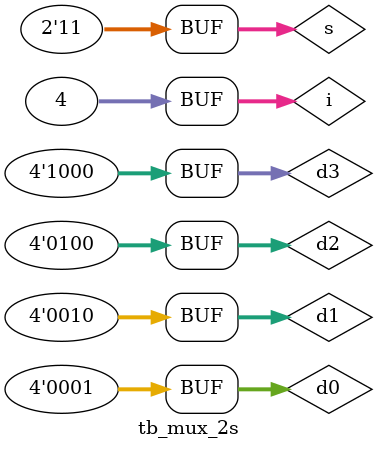
<source format=v>
module mux_2s #(
    parameter width = 4
)(
    input [width - 1 : 0] d0,
    input [width - 1 : 0] d1,
    input [width - 1 : 0] d2,
    input [width - 1 : 0] d3,
    input [1 : 0] s,
    output [width - 1 : 0] o
);

assign o = (s == 2'b00) ? d0 :
           (s == 2'b01) ? d1 :
           (s == 2'b10) ? d2 :
           (s == 2'b11) ? d3 :
            {width{1'bz}}; // vom aveam impedanta ridicata pe toti bitii
endmodule

module tb_mux_2s;

reg [1: 0] s;
reg [3: 0] d0, d1, d2, d3;
wire [3: 0] o;

mux_2s mux_2s_inst(
    .d0(d0),
    .d1(d1),
    .d2(d2),
    .d3(d3),
    .s(s),
    .o(o)
);

integer i;

initial begin
    $display("d0_16\td1_16\td2_16\td3_16\ts_10\t||\to_16");
    $monitor("%h\t%h\t%h\t%h\t%d\t||\t%h", d0, d1, d2, d3, s, o);
    d0 = 4'b0001;
    d1 = 4'b0010;
    d2 = 4'b0100;
    d3 = 4'b1000;
    // expected values: 0001, 0010, 0100, 1000  (1, 2, 4, 8)
    // -> output should be the same as the input

    for (i = 0; i < 4; i = i + 1) begin
        s = i[1:0];
        #10;
    end
end

endmodule
</source>
